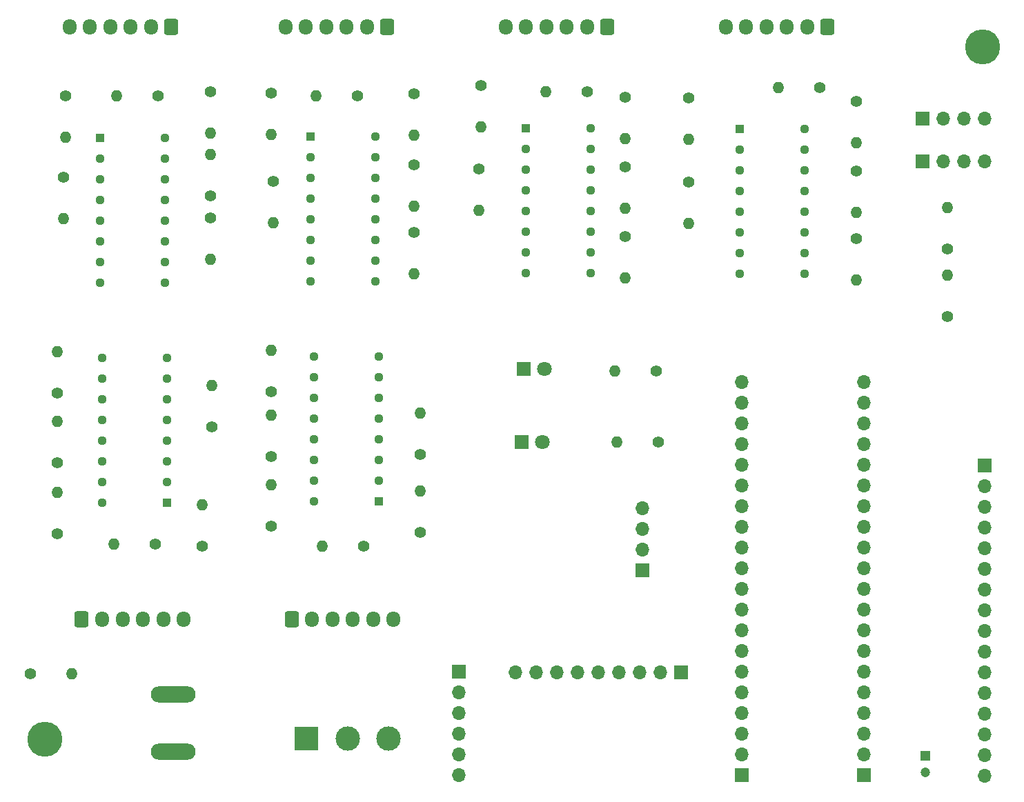
<source format=gbr>
%TF.GenerationSoftware,KiCad,Pcbnew,8.0.7-1.fc40*%
%TF.CreationDate,2024-12-24T18:05:22+01:00*%
%TF.ProjectId,pedai-hw,70656461-692d-4687-972e-6b696361645f,rev?*%
%TF.SameCoordinates,Original*%
%TF.FileFunction,Soldermask,Bot*%
%TF.FilePolarity,Negative*%
%FSLAX46Y46*%
G04 Gerber Fmt 4.6, Leading zero omitted, Abs format (unit mm)*
G04 Created by KiCad (PCBNEW 8.0.7-1.fc40) date 2024-12-24 18:05:22*
%MOMM*%
%LPD*%
G01*
G04 APERTURE LIST*
G04 Aperture macros list*
%AMRoundRect*
0 Rectangle with rounded corners*
0 $1 Rounding radius*
0 $2 $3 $4 $5 $6 $7 $8 $9 X,Y pos of 4 corners*
0 Add a 4 corners polygon primitive as box body*
4,1,4,$2,$3,$4,$5,$6,$7,$8,$9,$2,$3,0*
0 Add four circle primitives for the rounded corners*
1,1,$1+$1,$2,$3*
1,1,$1+$1,$4,$5*
1,1,$1+$1,$6,$7*
1,1,$1+$1,$8,$9*
0 Add four rect primitives between the rounded corners*
20,1,$1+$1,$2,$3,$4,$5,0*
20,1,$1+$1,$4,$5,$6,$7,0*
20,1,$1+$1,$6,$7,$8,$9,0*
20,1,$1+$1,$8,$9,$2,$3,0*%
G04 Aperture macros list end*
%ADD10R,1.700000X1.700000*%
%ADD11O,1.700000X1.700000*%
%ADD12C,1.400000*%
%ADD13O,1.400000X1.400000*%
%ADD14R,3.000000X3.000000*%
%ADD15C,3.000000*%
%ADD16R,1.130000X1.130000*%
%ADD17C,1.130000*%
%ADD18RoundRect,0.250000X-0.600000X-0.725000X0.600000X-0.725000X0.600000X0.725000X-0.600000X0.725000X0*%
%ADD19O,1.700000X1.950000*%
%ADD20R,1.800000X1.800000*%
%ADD21C,1.800000*%
%ADD22C,4.300000*%
%ADD23O,5.500000X2.000000*%
%ADD24RoundRect,0.250000X0.600000X0.725000X-0.600000X0.725000X-0.600000X-0.725000X0.600000X-0.725000X0*%
%ADD25R,1.200000X1.200000*%
%ADD26C,1.200000*%
G04 APERTURE END LIST*
D10*
%TO.C,J11*%
X160530000Y-134250000D03*
D11*
X157990000Y-134250000D03*
X155450000Y-134250000D03*
X152910000Y-134250000D03*
X150370000Y-134250000D03*
X147830000Y-134250000D03*
X145290000Y-134250000D03*
X142750000Y-134250000D03*
X140210000Y-134250000D03*
%TD*%
D12*
%TO.C,R38*%
X110250000Y-99790000D03*
D13*
X110250000Y-94710000D03*
%TD*%
D12*
%TO.C,R12*%
X110500000Y-73960000D03*
D13*
X110500000Y-79040000D03*
%TD*%
D12*
%TO.C,R14*%
X153710000Y-63670000D03*
D13*
X153710000Y-68750000D03*
%TD*%
D12*
%TO.C,R13*%
X153710000Y-72170000D03*
D13*
X153710000Y-77250000D03*
%TD*%
D12*
%TO.C,R10*%
X127750000Y-80210000D03*
D13*
X127750000Y-85290000D03*
%TD*%
D12*
%TO.C,R23*%
X161500000Y-63750000D03*
D13*
X161500000Y-68830000D03*
%TD*%
D14*
%TO.C,RV1*%
X114600000Y-142400000D03*
D15*
X119600000Y-142400000D03*
X124600000Y-142400000D03*
%TD*%
D12*
%TO.C,R41*%
X80660000Y-134400000D03*
D13*
X85740000Y-134400000D03*
%TD*%
D12*
%TO.C,R15*%
X149000000Y-63000000D03*
D13*
X143920000Y-63000000D03*
%TD*%
D12*
%TO.C,R24*%
X161500000Y-74040000D03*
D13*
X161500000Y-79120000D03*
%TD*%
D16*
%TO.C,IC2*%
X115060000Y-68500000D03*
D17*
X115060000Y-71040000D03*
X115060000Y-73580000D03*
X115060000Y-76120000D03*
X115060000Y-78660000D03*
X115060000Y-81200000D03*
X115060000Y-83740000D03*
X115060000Y-86280000D03*
X123000000Y-86280000D03*
X123000000Y-83740000D03*
X123000000Y-81200000D03*
X123000000Y-78660000D03*
X123000000Y-76120000D03*
X123000000Y-73580000D03*
X123000000Y-71040000D03*
X123000000Y-68500000D03*
%TD*%
D12*
%TO.C,R9*%
X120790000Y-63500000D03*
D13*
X115710000Y-63500000D03*
%TD*%
D12*
%TO.C,R35*%
X110250000Y-107790000D03*
D13*
X110250000Y-102710000D03*
%TD*%
D12*
%TO.C,R4*%
X102750000Y-78460000D03*
D13*
X102750000Y-83540000D03*
%TD*%
D12*
%TO.C,R8*%
X127750000Y-63210000D03*
D13*
X127750000Y-68290000D03*
%TD*%
D18*
%TO.C,J10*%
X87000000Y-127750000D03*
D19*
X89500000Y-127750000D03*
X92000000Y-127750000D03*
X94500000Y-127750000D03*
X97000000Y-127750000D03*
X99500000Y-127750000D03*
%TD*%
D20*
%TO.C,D2*%
X141210000Y-97000000D03*
D21*
X143750000Y-97000000D03*
%TD*%
D12*
%TO.C,R7*%
X127750000Y-71960000D03*
D13*
X127750000Y-77040000D03*
%TD*%
D12*
%TO.C,R39*%
X128500000Y-117080000D03*
D13*
X128500000Y-112000000D03*
%TD*%
D16*
%TO.C,IC4*%
X167750000Y-67510000D03*
D17*
X167750000Y-70050000D03*
X167750000Y-72590000D03*
X167750000Y-75130000D03*
X167750000Y-77670000D03*
X167750000Y-80210000D03*
X167750000Y-82750000D03*
X167750000Y-85290000D03*
X175690000Y-85290000D03*
X175690000Y-82750000D03*
X175690000Y-80210000D03*
X175690000Y-77670000D03*
X175690000Y-75130000D03*
X175690000Y-72590000D03*
X175690000Y-70050000D03*
X175690000Y-67510000D03*
%TD*%
D12*
%TO.C,R40*%
X128500000Y-107540000D03*
D13*
X128500000Y-102460000D03*
%TD*%
D12*
%TO.C,R1*%
X102750000Y-75790000D03*
D13*
X102750000Y-70710000D03*
%TD*%
D22*
%TO.C,H1*%
X82500000Y-142500000D03*
%TD*%
D23*
%TO.C,SW1*%
X98200000Y-144000000D03*
X98200000Y-137000000D03*
%TD*%
D12*
%TO.C,R36*%
X110250000Y-116290000D03*
D13*
X110250000Y-111210000D03*
%TD*%
D20*
%TO.C,D1*%
X140960000Y-106000000D03*
D21*
X143500000Y-106000000D03*
%TD*%
D24*
%TO.C,J8*%
X151500000Y-55000000D03*
D19*
X149000000Y-55000000D03*
X146500000Y-55000000D03*
X144000000Y-55000000D03*
X141500000Y-55000000D03*
X139000000Y-55000000D03*
%TD*%
D12*
%TO.C,R20*%
X182000000Y-64170000D03*
D13*
X182000000Y-69250000D03*
%TD*%
D12*
%TO.C,R16*%
X153710000Y-80710000D03*
D13*
X153710000Y-85790000D03*
%TD*%
D12*
%TO.C,R27*%
X95990000Y-118500000D03*
D13*
X90910000Y-118500000D03*
%TD*%
D12*
%TO.C,R18*%
X135710000Y-72420000D03*
D13*
X135710000Y-77500000D03*
%TD*%
D22*
%TO.C,H2*%
X197500000Y-57500000D03*
%TD*%
D12*
%TO.C,R30*%
X103000000Y-104080000D03*
D13*
X103000000Y-99000000D03*
%TD*%
D16*
%TO.C,IC3*%
X141460000Y-67420000D03*
D17*
X141460000Y-69960000D03*
X141460000Y-72500000D03*
X141460000Y-75040000D03*
X141460000Y-77580000D03*
X141460000Y-80120000D03*
X141460000Y-82660000D03*
X141460000Y-85200000D03*
X149400000Y-85200000D03*
X149400000Y-82660000D03*
X149400000Y-80120000D03*
X149400000Y-77580000D03*
X149400000Y-75040000D03*
X149400000Y-72500000D03*
X149400000Y-69960000D03*
X149400000Y-67420000D03*
%TD*%
D12*
%TO.C,R28*%
X84000000Y-99990000D03*
D13*
X84000000Y-94910000D03*
%TD*%
D10*
%TO.C,J15*%
X155760000Y-121710000D03*
D11*
X155760000Y-119170000D03*
X155760000Y-116630000D03*
X155760000Y-114090000D03*
%TD*%
D12*
%TO.C,R19*%
X182000000Y-72710000D03*
D13*
X182000000Y-77790000D03*
%TD*%
D12*
%TO.C,R25*%
X84000000Y-108490000D03*
D13*
X84000000Y-103410000D03*
%TD*%
D12*
%TO.C,R3*%
X96330000Y-63500000D03*
D13*
X91250000Y-63500000D03*
%TD*%
D12*
%TO.C,R32*%
X157490000Y-97250000D03*
D13*
X152410000Y-97250000D03*
%TD*%
D12*
%TO.C,R29*%
X101750000Y-118750000D03*
D13*
X101750000Y-113670000D03*
%TD*%
D12*
%TO.C,R37*%
X121580000Y-118750000D03*
D13*
X116500000Y-118750000D03*
%TD*%
D10*
%TO.C,J2*%
X190130000Y-66250000D03*
D11*
X192670000Y-66250000D03*
X195210000Y-66250000D03*
X197750000Y-66250000D03*
%TD*%
D12*
%TO.C,R21*%
X177580000Y-62500000D03*
D13*
X172500000Y-62500000D03*
%TD*%
D10*
%TO.C,J4*%
X190130000Y-71500000D03*
D11*
X192670000Y-71500000D03*
X195210000Y-71500000D03*
X197750000Y-71500000D03*
%TD*%
D12*
%TO.C,R2*%
X102750000Y-62960000D03*
D13*
X102750000Y-68040000D03*
%TD*%
D10*
%TO.C,J5*%
X197750000Y-108880000D03*
D11*
X197750000Y-111420000D03*
X197750000Y-113960000D03*
X197750000Y-116500000D03*
X197750000Y-119040000D03*
X197750000Y-121580000D03*
X197750000Y-124120000D03*
X197750000Y-126660000D03*
X197750000Y-129200000D03*
X197750000Y-131740000D03*
X197750000Y-134280000D03*
X197750000Y-136820000D03*
X197750000Y-139360000D03*
X197750000Y-141900000D03*
X197750000Y-144440000D03*
X197750000Y-146980000D03*
%TD*%
D18*
%TO.C,J1*%
X112750000Y-127750000D03*
D19*
X115250000Y-127750000D03*
X117750000Y-127750000D03*
X120250000Y-127750000D03*
X122750000Y-127750000D03*
X125250000Y-127750000D03*
%TD*%
D10*
%TO.C,J3*%
X133250000Y-134170000D03*
D11*
X133250000Y-136710000D03*
X133250000Y-139250000D03*
X133250000Y-141790000D03*
X133250000Y-144330000D03*
X133250000Y-146870000D03*
%TD*%
D12*
%TO.C,R33*%
X193250000Y-82250000D03*
D13*
X193250000Y-77170000D03*
%TD*%
D24*
%TO.C,J9*%
X178500000Y-55000000D03*
D19*
X176000000Y-55000000D03*
X173500000Y-55000000D03*
X171000000Y-55000000D03*
X168500000Y-55000000D03*
X166000000Y-55000000D03*
%TD*%
D12*
%TO.C,R5*%
X85000000Y-63460000D03*
D13*
X85000000Y-68540000D03*
%TD*%
D16*
%TO.C,IC1*%
X89250000Y-68620000D03*
D17*
X89250000Y-71160000D03*
X89250000Y-73700000D03*
X89250000Y-76240000D03*
X89250000Y-78780000D03*
X89250000Y-81320000D03*
X89250000Y-83860000D03*
X89250000Y-86400000D03*
X97190000Y-86400000D03*
X97190000Y-83860000D03*
X97190000Y-81320000D03*
X97190000Y-78780000D03*
X97190000Y-76240000D03*
X97190000Y-73700000D03*
X97190000Y-71160000D03*
X97190000Y-68620000D03*
%TD*%
D12*
%TO.C,R11*%
X110250000Y-63170000D03*
D13*
X110250000Y-68250000D03*
%TD*%
D24*
%TO.C,J7*%
X124500000Y-55000000D03*
D19*
X122000000Y-55000000D03*
X119500000Y-55000000D03*
X117000000Y-55000000D03*
X114500000Y-55000000D03*
X112000000Y-55000000D03*
%TD*%
D12*
%TO.C,R22*%
X182000000Y-81000000D03*
D13*
X182000000Y-86080000D03*
%TD*%
D10*
%TO.C,J17*%
X168000000Y-146900000D03*
D11*
X168000000Y-144360000D03*
X168000000Y-141820000D03*
X168000000Y-139280000D03*
X168000000Y-136740000D03*
X168000000Y-134200000D03*
X168000000Y-131660000D03*
X168000000Y-129120000D03*
X168000000Y-126580000D03*
X168000000Y-124040000D03*
X168000000Y-121500000D03*
X168000000Y-118960000D03*
X168000000Y-116420000D03*
X168000000Y-113880000D03*
X168000000Y-111340000D03*
X168000000Y-108800000D03*
X168000000Y-106260000D03*
X168000000Y-103720000D03*
X168000000Y-101180000D03*
X168000000Y-98640000D03*
%TD*%
D16*
%TO.C,IC6*%
X123440000Y-113280000D03*
D17*
X123440000Y-110740000D03*
X123440000Y-108200000D03*
X123440000Y-105660000D03*
X123440000Y-103120000D03*
X123440000Y-100580000D03*
X123440000Y-98040000D03*
X123440000Y-95500000D03*
X115500000Y-95500000D03*
X115500000Y-98040000D03*
X115500000Y-100580000D03*
X115500000Y-103120000D03*
X115500000Y-105660000D03*
X115500000Y-108200000D03*
X115500000Y-110740000D03*
X115500000Y-113280000D03*
%TD*%
D24*
%TO.C,J6*%
X98000000Y-55000000D03*
D19*
X95500000Y-55000000D03*
X93000000Y-55000000D03*
X90500000Y-55000000D03*
X88000000Y-55000000D03*
X85500000Y-55000000D03*
%TD*%
D12*
%TO.C,R34*%
X193250000Y-90540000D03*
D13*
X193250000Y-85460000D03*
%TD*%
D25*
%TO.C,C7*%
X190500000Y-144500000D03*
D26*
X190500000Y-146500000D03*
%TD*%
D16*
%TO.C,IC5*%
X97440000Y-113460000D03*
D17*
X97440000Y-110920000D03*
X97440000Y-108380000D03*
X97440000Y-105840000D03*
X97440000Y-103300000D03*
X97440000Y-100760000D03*
X97440000Y-98220000D03*
X97440000Y-95680000D03*
X89500000Y-95680000D03*
X89500000Y-98220000D03*
X89500000Y-100760000D03*
X89500000Y-103300000D03*
X89500000Y-105840000D03*
X89500000Y-108380000D03*
X89500000Y-110920000D03*
X89500000Y-113460000D03*
%TD*%
D12*
%TO.C,R17*%
X135960000Y-62210000D03*
D13*
X135960000Y-67290000D03*
%TD*%
D12*
%TO.C,R6*%
X84750000Y-73460000D03*
D13*
X84750000Y-78540000D03*
%TD*%
D10*
%TO.C,J16*%
X183000000Y-146900000D03*
D11*
X183000000Y-144360000D03*
X183000000Y-141820000D03*
X183000000Y-139280000D03*
X183000000Y-136740000D03*
X183000000Y-134200000D03*
X183000000Y-131660000D03*
X183000000Y-129120000D03*
X183000000Y-126580000D03*
X183000000Y-124040000D03*
X183000000Y-121500000D03*
X183000000Y-118960000D03*
X183000000Y-116420000D03*
X183000000Y-113880000D03*
X183000000Y-111340000D03*
X183000000Y-108800000D03*
X183000000Y-106260000D03*
X183000000Y-103720000D03*
X183000000Y-101180000D03*
X183000000Y-98640000D03*
%TD*%
D12*
%TO.C,R26*%
X84000000Y-117240000D03*
D13*
X84000000Y-112160000D03*
%TD*%
D12*
%TO.C,R31*%
X157740000Y-106000000D03*
D13*
X152660000Y-106000000D03*
%TD*%
M02*

</source>
